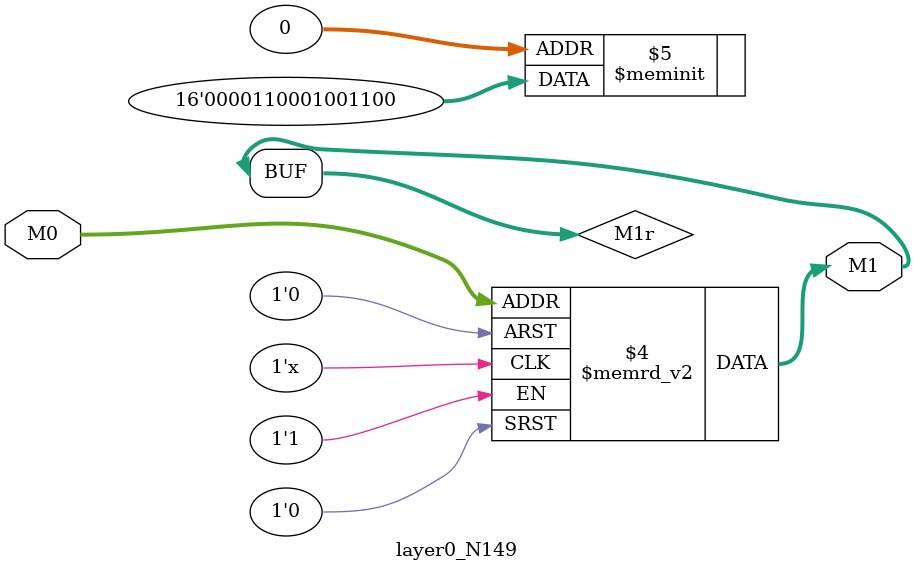
<source format=v>
module layer0_N149 ( input [2:0] M0, output [1:0] M1 );

	(*rom_style = "distributed" *) reg [1:0] M1r;
	assign M1 = M1r;
	always @ (M0) begin
		case (M0)
			3'b000: M1r = 2'b00;
			3'b100: M1r = 2'b00;
			3'b010: M1r = 2'b00;
			3'b110: M1r = 2'b00;
			3'b001: M1r = 2'b11;
			3'b101: M1r = 2'b11;
			3'b011: M1r = 2'b01;
			3'b111: M1r = 2'b00;

		endcase
	end
endmodule

</source>
